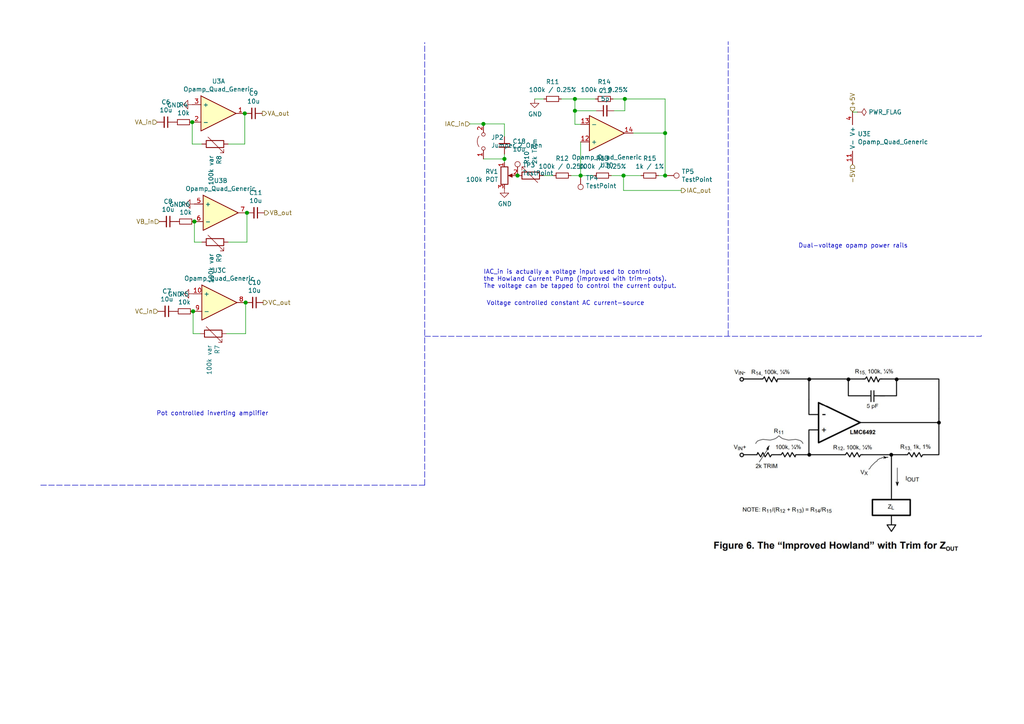
<source format=kicad_sch>
(kicad_sch (version 20210621) (generator eeschema)
  (paper "A4")
  (lib_symbols
    (symbol "Connector:TestPoint" (pin_numbers hide) (pin_names (offset 0.762) hide)
      (property "Reference" "TP" (at 0 6.858 0))
      (property "Value" "TestPoint" (at 0 5.08 0))
      (symbol "TestPoint_0_1"
        (circle (center 0 3.302) (radius 0.762))
      )
      (symbol "TestPoint_1_1"
        (pin passive line (at 0 0 90) (length 2.54) (name "1") (number "1"))
      )
    )
    (symbol "Device:C_Small" (pin_numbers hide) (pin_names (offset 0.254) hide)
      (property "Reference" "C" (at 0.254 1.778 0))
      (property "Value" "C_Small" (at 0.254 -2.032 0))
      (symbol "C_Small_0_1"
        (polyline (pts (xy -1.524 -0.508) (xy 1.524 -0.508)) (stroke (width 0.3302)))
        (polyline (pts (xy -1.524 0.508) (xy 1.524 0.508)) (stroke (width 0.3048)))
      )
      (symbol "C_Small_1_1"
        (pin passive line (at 0 2.54 270) (length 2.032) (name "~") (number "1"))
        (pin passive line (at 0 -2.54 90) (length 2.032) (name "~") (number "2"))
      )
    )
    (symbol "Device:Opamp_Quad_Generic"
      (property "Reference" "U" (at 0 5.08 0))
      (property "Value" "Opamp_Quad_Generic" (at 0 -5.08 0))
      (symbol "Opamp_Quad_Generic_1_1"
        (polyline (pts (xy -5.08 5.08) (xy 5.08 0) (xy -5.08 -5.08) (xy -5.08 5.08)) (stroke (width 0.254)) (fill (type background)))
        (pin output line (at 7.62 0 180) (length 2.54) (name "~") (number "1"))
        (pin input line (at -7.62 -2.54 0) (length 2.54) (name "-") (number "2"))
        (pin input line (at -7.62 2.54 0) (length 2.54) (name "+") (number "3"))
      )
      (symbol "Opamp_Quad_Generic_2_1"
        (polyline (pts (xy -5.08 5.08) (xy 5.08 0) (xy -5.08 -5.08) (xy -5.08 5.08)) (stroke (width 0.254)) (fill (type background)))
        (pin input line (at -7.62 2.54 0) (length 2.54) (name "+") (number "5"))
        (pin input line (at -7.62 -2.54 0) (length 2.54) (name "-") (number "6"))
        (pin output line (at 7.62 0 180) (length 2.54) (name "~") (number "7"))
      )
      (symbol "Opamp_Quad_Generic_3_1"
        (polyline (pts (xy -5.08 5.08) (xy 5.08 0) (xy -5.08 -5.08) (xy -5.08 5.08)) (stroke (width 0.254)) (fill (type background)))
        (pin input line (at -7.62 2.54 0) (length 2.54) (name "+") (number "10"))
        (pin output line (at 7.62 0 180) (length 2.54) (name "~") (number "8"))
        (pin input line (at -7.62 -2.54 0) (length 2.54) (name "-") (number "9"))
      )
      (symbol "Opamp_Quad_Generic_4_1"
        (polyline (pts (xy -5.08 5.08) (xy 5.08 0) (xy -5.08 -5.08) (xy -5.08 5.08)) (stroke (width 0.254)) (fill (type background)))
        (pin input line (at -7.62 2.54 0) (length 2.54) (name "+") (number "12"))
        (pin input line (at -7.62 -2.54 0) (length 2.54) (name "-") (number "13"))
        (pin output line (at 7.62 0 180) (length 2.54) (name "~") (number "14"))
      )
      (symbol "Opamp_Quad_Generic_5_1"
        (pin power_in line (at -2.54 -7.62 90) (length 3.81) (name "V-") (number "11"))
        (pin power_in line (at -2.54 7.62 270) (length 3.81) (name "V+") (number "4"))
      )
    )
    (symbol "Device:R_POT" (pin_names (offset 1.016) hide)
      (property "Reference" "RV" (at -4.445 0 90))
      (property "Value" "R_POT" (at -2.54 0 90))
      (symbol "R_POT_0_1"
        (polyline (pts (xy 2.54 0) (xy 1.524 0)))
        (polyline (pts (xy 1.143 0) (xy 2.286 0.508) (xy 2.286 -0.508) (xy 1.143 0)) (fill (type outline)))
        (rectangle (start 1.016 2.54) (end -1.016 -2.54) (stroke (width 0.254)))
      )
      (symbol "R_POT_1_1"
        (pin passive line (at 0 3.81 270) (length 1.27) (name "1") (number "1"))
        (pin passive line (at 3.81 0 180) (length 1.27) (name "2") (number "2"))
        (pin passive line (at 0 -3.81 90) (length 1.27) (name "3") (number "3"))
      )
    )
    (symbol "Device:R_Small" (pin_numbers hide) (pin_names (offset 0.254) hide)
      (property "Reference" "R" (at 0.762 0.508 0))
      (property "Value" "R_Small" (at 0.762 -1.016 0))
      (symbol "R_Small_0_1"
        (rectangle (start -0.762 1.778) (end 0.762 -1.778) (stroke (width 0.2032)))
      )
      (symbol "R_Small_1_1"
        (pin passive line (at 0 2.54 270) (length 0.762) (name "~") (number "1"))
        (pin passive line (at 0 -2.54 90) (length 0.762) (name "~") (number "2"))
      )
    )
    (symbol "Device:R_Variable" (pin_numbers hide) (pin_names (offset 0))
      (property "Reference" "R" (at 2.54 -2.54 90))
      (property "Value" "R_Variable" (at -2.54 -1.27 90))
      (symbol "R_Variable_0_1"
        (rectangle (start -1.016 -2.54) (end 1.016 2.54) (stroke (width 0.254)))
        (polyline (pts (xy 2.54 1.524) (xy 2.54 2.54) (xy 1.524 2.54) (xy 2.54 2.54) (xy -2.032 -2.032)))
      )
      (symbol "R_Variable_1_1"
        (pin passive line (at 0 3.81 270) (length 1.27) (name "~") (number "1"))
        (pin passive line (at 0 -3.81 90) (length 1.27) (name "~") (number "2"))
      )
    )
    (symbol "Jumper:Jumper_2_Open" (pin_names (offset 0) hide)
      (property "Reference" "JP" (at 0 2.794 0))
      (property "Value" "Jumper_2_Open" (at 0 -2.286 0))
      (symbol "Jumper_2_Open_0_0"
        (circle (center -2.032 0) (radius 0.508))
        (circle (center 2.032 0) (radius 0.508))
      )
      (symbol "Jumper_2_Open_0_1"
        (arc (start 1.524 1.27) (mid 0 1.778) (end -1.524 1.27))
      )
      (symbol "Jumper_2_Open_1_1"
        (pin passive line (at -5.08 0 0) (length 2.54) (name "A") (number "1"))
        (pin passive line (at 5.08 0 180) (length 2.54) (name "B") (number "2"))
      )
    )
    (symbol "power:GND" (power) (pin_names (offset 0))
      (property "Value" "GND" (at 0 -3.81 0))
      (symbol "GND_0_1"
        (polyline (pts (xy 0 0) (xy 0 -1.27) (xy 1.27 -1.27) (xy 0 -2.54) (xy -1.27 -1.27) (xy 0 -1.27)))
      )
      (symbol "GND_1_1"
        (pin power_in line (at 0 0 270) (length 0) hide (name "GND") (number "1"))
      )
    )
    (symbol "power:PWR_FLAG" (power) (pin_numbers hide) (pin_names (offset 0) hide)
      (property "Value" "PWR_FLAG" (at 0 3.81 0))
      (symbol "PWR_FLAG_0_0"
        (pin power_out line (at 0 0 90) (length 0) (name "pwr") (number "1"))
      )
      (symbol "PWR_FLAG_0_1"
        (polyline (pts (xy 0 0) (xy 0 1.27) (xy -1.016 1.905) (xy 0 2.54) (xy 1.016 1.905) (xy 0 1.27)))
      )
    )
  )
  (junction (at 192.913 50.927) (diameter 1.016))
  (junction (at 71.628 61.722) (diameter 1.016))
  (junction (at 150.114 50.927) (diameter 1.016))
  (junction (at 70.993 32.893) (diameter 1.016))
  (junction (at 180.848 50.927) (diameter 1.016))
  (junction (at 71.247 87.757) (diameter 1.016))
  (junction (at 192.913 38.608) (diameter 1.016))
  (junction (at 56.007 90.297) (diameter 1.016))
  (junction (at 166.751 28.702) (diameter 1.016))
  (junction (at 55.753 35.433) (diameter 1.016))
  (junction (at 166.751 32.131) (diameter 1.016))
  (junction (at 181.229 28.702) (diameter 1.016))
  (junction (at 140.208 35.941) (diameter 1.016))
  (junction (at 168.402 50.927) (diameter 1.016))
  (junction (at 56.388 64.262) (diameter 1.016))
  (junction (at 146.304 46.101) (diameter 1.016))
  (wire (pts (xy 140.208 46.101) (xy 146.304 46.101)))
  (wire (pts (xy 146.304 46.101) (xy 146.304 47.117)))
  (wire (pts (xy 181.229 28.702) (xy 192.913 28.702)))
  (wire (pts (xy 172.212 50.927) (xy 168.402 50.927)))
  (wire (pts (xy 197.612 55.245) (xy 180.848 55.245)))
  (wire (pts (xy 183.642 38.608) (xy 192.913 38.608)))
  (polyline (pts (xy 123.19 97.536) (xy 284.607 97.536)) (stroke (width 0) (type dash)))
  (wire (pts (xy 247.269 32.512) (xy 247.269 32.385)))
  (polyline (pts (xy 211.201 97.536) (xy 211.201 12.065)) (stroke (width 0) (type dash)))
  (wire (pts (xy 178.054 32.131) (xy 181.229 32.131)))
  (wire (pts (xy 168.402 36.068) (xy 166.751 36.068)))
  (polyline (pts (xy 284.607 97.536) (xy 284.607 97.282)) (stroke (width 0) (type dash)))
  (wire (pts (xy 180.848 55.245) (xy 180.848 50.927)))
  (wire (pts (xy 146.304 35.941) (xy 140.208 35.941)))
  (wire (pts (xy 58.547 41.783) (xy 55.753 41.783)))
  (wire (pts (xy 58.547 70.231) (xy 56.388 70.231)))
  (wire (pts (xy 146.304 39.624) (xy 146.304 35.941)))
  (wire (pts (xy 146.304 44.704) (xy 146.304 46.101)))
  (wire (pts (xy 65.659 96.774) (xy 71.247 96.774)))
  (wire (pts (xy 168.402 50.927) (xy 165.608 50.927)))
  (wire (pts (xy 181.229 32.131) (xy 181.229 28.702)))
  (wire (pts (xy 140.208 35.941) (xy 136.271 35.941)))
  (wire (pts (xy 66.167 70.231) (xy 71.628 70.231)))
  (wire (pts (xy 177.292 50.927) (xy 180.848 50.927)))
  (wire (pts (xy 56.388 70.231) (xy 56.388 64.262)))
  (wire (pts (xy 166.751 28.702) (xy 162.814 28.702)))
  (wire (pts (xy 166.751 36.068) (xy 166.751 32.131)))
  (wire (pts (xy 166.751 32.131) (xy 166.751 28.702)))
  (wire (pts (xy 168.402 41.148) (xy 168.402 50.927)))
  (wire (pts (xy 70.993 41.783) (xy 70.993 32.893)))
  (wire (pts (xy 56.007 90.297) (xy 56.007 96.774)))
  (polyline (pts (xy 11.811 140.716) (xy 123.19 140.716)) (stroke (width 0) (type dash)))
  (wire (pts (xy 157.734 28.702) (xy 155.067 28.702)))
  (wire (pts (xy 192.913 28.702) (xy 192.913 38.608)))
  (polyline (pts (xy 123.19 140.716) (xy 123.19 12.319)) (stroke (width 0) (type dash)))
  (wire (pts (xy 181.229 28.702) (xy 177.8 28.702)))
  (wire (pts (xy 56.007 96.774) (xy 58.039 96.774)))
  (wire (pts (xy 71.628 70.231) (xy 71.628 61.722)))
  (wire (pts (xy 160.528 50.927) (xy 157.734 50.927)))
  (wire (pts (xy 55.753 41.783) (xy 55.753 35.433)))
  (wire (pts (xy 71.247 96.774) (xy 71.247 87.757)))
  (wire (pts (xy 166.751 28.702) (xy 172.72 28.702)))
  (wire (pts (xy 192.913 50.927) (xy 191.008 50.927)))
  (wire (pts (xy 180.848 50.927) (xy 185.928 50.927)))
  (wire (pts (xy 248.7168 32.512) (xy 247.269 32.512)))
  (wire (pts (xy 66.167 41.783) (xy 70.993 41.783)))
  (wire (pts (xy 192.913 38.608) (xy 192.913 50.927)))
  (wire (pts (xy 172.974 32.131) (xy 166.751 32.131)))
  (image (at 242.951 133.858))
  (text "Voltage controlled constant AC current-source" (at 141.097 88.773 0) (effects (font (size 1.27 1.27)) (justify left bottom)))
  (text "Pot controlled inverting amplifier" (at 45.339 120.777 0) (effects (font (size 1.27 1.27)) (justify left bottom)))
  (text "IAC_in is actually a voltage input used to control\nthe Howland Current Pump (improved with trim-pots).\nThe voltage can be tapped to control the current output." (at 140.208 83.82 0) (effects (font (size 1.27 1.27)) (justify left bottom)))
  (text "Dual-voltage opamp power rails" (at 231.521 72.136 0) (effects (font (size 1.27 1.27)) (justify left bottom)))
  (hierarchical_label "VC_in" (shape input) (at 45.847 90.297 180))
  (hierarchical_label "IAC_out" (shape output) (at 197.612 55.245 0))
  (hierarchical_label "VA_in" (shape input) (at 45.593 35.433 180))
  (hierarchical_label "+5V" (shape input) (at 247.269 32.385 90))
  (hierarchical_label "-5V" (shape input) (at 247.269 47.625 270))
  (hierarchical_label "VC_out" (shape output) (at 76.327 87.757 0))
  (hierarchical_label "VB_out" (shape output) (at 76.708 61.722 0))
  (hierarchical_label "VA_out" (shape output) (at 76.073 32.893 0))
  (hierarchical_label "VB_in" (shape input) (at 46.228 64.262 180))
  (hierarchical_label "IAC_in" (shape input) (at 136.271 35.941 180))
  (symbol (lib_id "Device:Opamp_Quad_Generic") (at 63.373 32.893 0) (unit 1)
    (property "Reference" "U3" (at 63.373 23.5712 0))
    (property "Value" "Opamp_Quad_Generic" (at 63.373 25.8826 0))
    (property "Footprint" "Package_SO:TSSOP-14_4.4x5mm_P0.65mm" (effects hide))
    (property "manf#" "LM324PWR" (effects hide))
  )
  (symbol (lib_id "Device:Opamp_Quad_Generic") (at 64.008 61.722 0) (unit 2)
    (property "Reference" "U3" (at 64.008 52.4002 0))
    (property "Value" "Opamp_Quad_Generic" (at 64.008 54.7116 0))
    (property "Footprint" "Package_SO:TSSOP-14_4.4x5mm_P0.65mm" (effects hide))
    (property "manf#" "LM324PWR" (effects hide))
  )
  (symbol (lib_id "Device:Opamp_Quad_Generic") (at 63.627 87.757 0) (unit 3)
    (property "Reference" "U3" (at 63.627 78.4352 0))
    (property "Value" "Opamp_Quad_Generic" (at 63.627 80.7466 0))
    (property "Footprint" "Package_SO:TSSOP-14_4.4x5mm_P0.65mm" (effects hide))
    (property "manf#" "LM324PWR" (effects hide))
  )
  (symbol (lib_id "Device:Opamp_Quad_Generic") (at 176.022 38.608 0) (mirror x) (unit 4)
    (property "Reference" "U3" (at 176.022 47.9298 0))
    (property "Value" "Opamp_Quad_Generic" (at 176.022 45.6184 0))
    (property "Footprint" "Package_SO:TSSOP-14_4.4x5mm_P0.65mm" (effects hide))
    (property "manf#" "LM324PWR" (effects hide))
  )
  (symbol (lib_id "Device:Opamp_Quad_Generic") (at 249.809 40.005 0) (unit 5)
    (property "Reference" "U3" (at 248.7422 38.8366 0) (effects (justify left)))
    (property "Value" "Opamp_Quad_Generic" (at 248.7422 41.148 0) (effects (justify left)))
    (property "Footprint" "Package_SO:TSSOP-14_4.4x5mm_P0.65mm" (effects hide))
    (property "manf#" "LM324PWR" (effects hide))
  )
  (symbol (lib_id "Device:R_Small") (at 53.213 35.433 270) (unit 1)
    (property "Reference" "R4" (at 53.213 30.4546 90))
    (property "Value" "10k" (at 53.213 32.766 90))
    (property "Footprint" "Resistor_SMD:R_0603_1608Metric" (effects hide))
    (property "manf#" "RT0603FRD0710KL" (effects hide))
  )
  (symbol (lib_id "Device:R_Small") (at 53.848 64.262 270) (unit 1)
    (property "Reference" "R6" (at 53.848 59.2836 90))
    (property "Value" "10k" (at 53.848 61.595 90))
    (property "Footprint" "Resistor_SMD:R_0603_1608Metric" (effects hide))
    (property "manf#" "RT0603FRD0710KL" (effects hide))
  )
  (symbol (lib_id "Device:R_Small") (at 53.467 90.297 270) (unit 1)
    (property "Reference" "R5" (at 53.467 85.3186 90))
    (property "Value" "10k" (at 53.467 87.63 90))
    (property "Footprint" "Resistor_SMD:R_0603_1608Metric" (effects hide))
    (property "manf#" "RT0603FRD0710KL" (effects hide))
  )
  (symbol (lib_id "Device:R_Small") (at 174.752 50.927 270) (unit 1)
    (property "Reference" "R13" (at 174.752 45.9486 90))
    (property "Value" "100k / 0.25%" (at 174.752 48.26 90))
    (property "Footprint" "Resistor_SMD:R_0603_1608Metric" (effects hide))
    (property "manf#" "RT0603CRE07100KL" (effects hide))
  )
  (symbol (lib_id "Device:R_Variable") (at 62.357 41.783 270) (unit 1)
    (property "Reference" "R8" (at 63.5254 45.0342 0) (effects (justify left)))
    (property "Value" "100k var" (at 61.214 45.0342 0) (effects (justify left)))
    (property "Footprint" "Potentiometer_THT:Potentiometer_Bourns_PTV09A-2_Single_Horizontal" (effects hide))
    (property "manf#" "PTV09A-2020F-B104" (effects hide))
  )
  (symbol (lib_id "Device:R_Variable") (at 62.357 70.231 270) (unit 1)
    (property "Reference" "R9" (at 63.5254 73.4822 0) (effects (justify left)))
    (property "Value" "100k var" (at 61.214 73.4822 0) (effects (justify left)))
    (property "Footprint" "Potentiometer_THT:Potentiometer_Bourns_PTV09A-2_Single_Horizontal" (effects hide))
    (property "manf#" "PTV09A-2020F-B104" (effects hide))
  )
  (symbol (lib_id "Device:R_Variable") (at 61.849 96.774 270) (unit 1)
    (property "Reference" "R7" (at 63.0174 100.0252 0) (effects (justify left)))
    (property "Value" "100k var" (at 60.706 100.0252 0) (effects (justify left)))
    (property "Footprint" "Potentiometer_THT:Potentiometer_Bourns_PTV09A-2_Single_Horizontal" (effects hide))
    (property "manf#" "PTV09A-2020F-B104" (effects hide))
  )
  (symbol (lib_id "Device:R_Variable") (at 153.924 50.927 90) (unit 1)
    (property "Reference" "R10" (at 152.7556 47.6758 0) (effects (justify left)))
    (property "Value" "2k Trim" (at 155.067 47.6758 0) (effects (justify left)))
    (property "Footprint" "Potentiometer_THT:Potentiometer_Bourns_3296W_Vertical" (effects hide))
    (property "manf#" "PV36W202C01B00" (effects hide))
  )
  (symbol (lib_id "Device:R_Small") (at 175.26 28.702 270) (unit 1)
    (property "Reference" "R14" (at 175.26 23.7236 90))
    (property "Value" "100k / 0.25%" (at 175.26 26.035 90))
    (property "Footprint" "Resistor_SMD:R_0603_1608Metric" (effects hide))
    (property "manf#" "RT0603CRE07100KL" (effects hide))
  )
  (symbol (lib_id "Device:R_Small") (at 160.274 28.702 270) (unit 1)
    (property "Reference" "R11" (at 160.274 23.7236 90))
    (property "Value" "100k / 0.25%" (at 160.274 26.035 90))
    (property "Footprint" "Resistor_SMD:R_0603_1608Metric" (effects hide))
    (property "manf#" "RT0603CRE07100KL" (effects hide))
  )
  (symbol (lib_id "Device:C_Small") (at 175.514 32.131 90) (unit 1)
    (property "Reference" "C12" (at 175.514 26.3144 90))
    (property "Value" "5p" (at 175.514 28.6258 90))
    (property "Footprint" "Capacitor_SMD:C_0603_1608Metric" (effects hide))
    (property "manf#" "GJM0335C1E5R0BB01D" (effects hide))
  )
  (symbol (lib_id "Device:R_Small") (at 188.468 50.927 270) (unit 1)
    (property "Reference" "R15" (at 188.468 45.9486 90))
    (property "Value" "1k / 1%" (at 188.468 48.26 90))
    (property "Footprint" "Resistor_SMD:R_0603_1608Metric" (effects hide))
    (property "manf#" "CRT0603-FY-1001ELF" (effects hide))
  )
  (symbol (lib_id "Device:R_Small") (at 163.068 50.927 270) (unit 1)
    (property "Reference" "R12" (at 163.068 45.9486 90))
    (property "Value" "100k / 0.25%" (at 163.068 48.26 90))
    (property "Footprint" "Resistor_SMD:R_0603_1608Metric" (effects hide))
    (property "manf#" "RT0603CRE07100KL" (effects hide))
  )
  (symbol (lib_id "Device:C_Small") (at 48.387 90.297 270) (unit 1)
    (property "Reference" "C7" (at 48.387 84.4804 90))
    (property "Value" "10u" (at 48.387 86.7918 90))
    (property "Footprint" "Capacitor_SMD:C_0805_2012Metric" (effects hide))
    (property "manf#" "GMK212BBJ106MG-T" (effects hide))
  )
  (symbol (lib_id "Device:C_Small") (at 48.768 64.262 270) (unit 1)
    (property "Reference" "C8" (at 48.768 58.4454 90))
    (property "Value" "10u" (at 48.768 60.7568 90))
    (property "Footprint" "Capacitor_SMD:C_0805_2012Metric" (effects hide))
    (property "manf#" "GMK212BBJ106MG-T" (effects hide))
  )
  (symbol (lib_id "power:GND") (at 155.067 28.702 0) (unit 1)
    (property "Reference" "#PWR017" (effects hide))
    (property "Value" "GND" (at 155.194 33.0962 0))
  )
  (symbol (lib_id "Device:C_Small") (at 48.133 35.433 270) (unit 1)
    (property "Reference" "C6" (at 48.133 29.6164 90))
    (property "Value" "10u" (at 48.133 31.9278 90))
    (property "Footprint" "Capacitor_SMD:C_0805_2012Metric" (effects hide))
    (property "manf#" "GMK212BBJ106MG-T" (effects hide))
  )
  (symbol (lib_id "Device:R_POT") (at 146.304 50.927 0) (unit 1)
    (property "Reference" "RV1" (at 144.526 49.7586 0) (effects (justify right)))
    (property "Value" "100k POT" (at 144.526 52.07 0) (effects (justify right)))
    (property "Footprint" "Potentiometer_THT:Potentiometer_Bourns_PTV09A-2_Single_Horizontal" (effects hide))
    (property "manf#" "PTV09A-2020F-B104" (effects hide))
  )
  (symbol (lib_id "power:GND") (at 146.304 54.737 0) (unit 1)
    (property "Reference" "#PWR018" (effects hide))
    (property "Value" "GND" (at 146.431 59.1312 0))
  )
  (symbol (lib_id "Device:C_Small") (at 73.533 32.893 270) (unit 1)
    (property "Reference" "C9" (at 73.533 27.0764 90))
    (property "Value" "10u" (at 73.533 29.3878 90))
    (property "Footprint" "Capacitor_SMD:C_0805_2012Metric" (effects hide))
    (property "manf#" "GMK212BBJ106MG-T" (effects hide))
  )
  (symbol (lib_id "Device:C_Small") (at 74.168 61.722 270) (unit 1)
    (property "Reference" "C11" (at 74.168 55.9054 90))
    (property "Value" "10u" (at 74.168 58.2168 90))
    (property "Footprint" "Capacitor_SMD:C_0805_2012Metric" (effects hide))
    (property "manf#" "GMK212BBJ106MG-T" (effects hide))
  )
  (symbol (lib_id "Device:C_Small") (at 73.787 87.757 270) (unit 1)
    (property "Reference" "C10" (at 73.787 81.9404 90))
    (property "Value" "10u" (at 73.787 84.2518 90))
    (property "Footprint" "Capacitor_SMD:C_0805_2012Metric" (effects hide))
    (property "manf#" "GMK212BBJ106MG-T" (effects hide))
  )
  (symbol (lib_id "Connector:TestPoint") (at 168.402 50.927 180) (unit 1)
    (property "Reference" "TP4" (at 169.8752 51.6128 0) (effects (justify right)))
    (property "Value" "TestPoint" (at 169.8752 53.9242 0) (effects (justify right)))
    (property "Footprint" "TestPoint:TestPoint_Pad_D1.0mm" (effects hide))
    (property "DNP" " " (effects hide))
  )
  (symbol (lib_id "Connector:TestPoint") (at 192.913 50.927 270) (unit 1)
    (property "Reference" "TP5" (at 197.6882 49.7586 90) (effects (justify left)))
    (property "Value" "TestPoint" (at 197.6882 52.07 90) (effects (justify left)))
    (property "Footprint" "TestPoint:TestPoint_Pad_D1.0mm" (effects hide))
    (property "DNP" " " (effects hide))
  )
  (symbol (lib_id "Connector:TestPoint") (at 150.114 50.927 0) (unit 1)
    (property "Reference" "TP3" (at 151.5872 47.879 0) (effects (justify left)))
    (property "Value" "TestPoint" (at 151.5872 50.1904 0) (effects (justify left)))
    (property "Footprint" "TestPoint:TestPoint_Pad_D1.0mm" (effects hide))
    (property "DNP" " " (effects hide))
  )
  (symbol (lib_id "power:GND") (at 56.388 59.182 270) (unit 1)
    (property "Reference" "#PWR014" (effects hide))
    (property "Value" "GND" (at 53.1368 59.309 90) (effects (justify right)))
  )
  (symbol (lib_id "power:GND") (at 56.007 85.217 270) (unit 1)
    (property "Reference" "#PWR015" (effects hide))
    (property "Value" "GND" (at 52.7558 85.344 90) (effects (justify right)))
  )
  (symbol (lib_id "power:GND") (at 55.753 30.353 270) (unit 1)
    (property "Reference" "#PWR016" (effects hide))
    (property "Value" "GND" (at 52.5018 30.48 90) (effects (justify right)))
  )
  (symbol (lib_id "Device:C_Small") (at 146.304 42.164 0) (unit 1)
    (property "Reference" "C18" (at 148.6408 40.9956 0) (effects (justify left)))
    (property "Value" "10u" (at 148.6408 43.307 0) (effects (justify left)))
    (property "Footprint" "Capacitor_SMD:C_0805_2012Metric" (effects hide))
    (property "manf#" "GMK212BBJ106MG-T" (effects hide))
  )
  (symbol (lib_id "Jumper:Jumper_2_Open") (at 140.208 41.021 90) (unit 1)
    (property "Reference" "JP2" (at 142.4432 39.8526 90) (effects (justify right)))
    (property "Value" "Jumper_2_Open" (at 142.4432 42.164 90) (effects (justify right)))
    (property "Footprint" "Jumper:SolderJumper-2_P1.3mm_Open_TrianglePad1.0x1.5mm" (effects hide))
    (property "DNP" " " (effects hide))
  )
  (symbol (lib_id "power:PWR_FLAG") (at 248.7168 32.512 270) (unit 1)
    (property "Reference" "#FLG0102" (effects hide))
    (property "Value" "PWR_FLAG" (at 251.8919 32.512 90) (effects (justify left)))
  )
)
</source>
